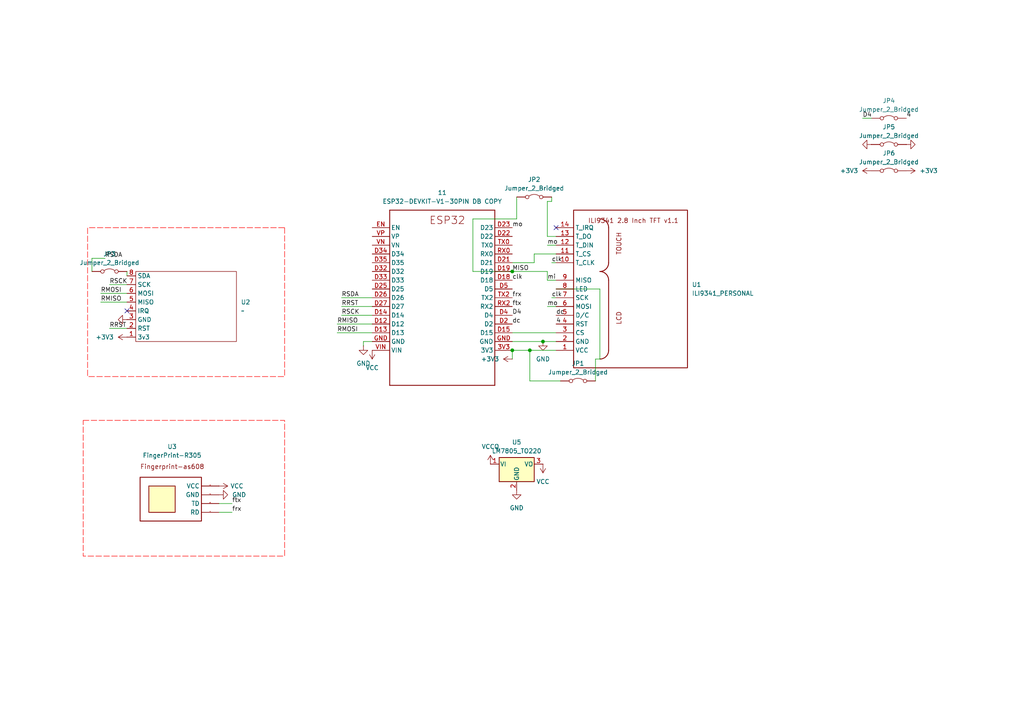
<source format=kicad_sch>
(kicad_sch (version 20250114) (generator "eeschema") (generator_version "9.0")
  (paper "A4")
  (lib_symbols
    (symbol "FINGERPRINT:FingerPrint-R305"
      (property "Reference" "VCC" (at 1.6591 21.59 0))
      (property "Value" "FingerPrint-R305" (at 1.6591 19.05 0))
      (symbol "FingerPrint-R305_0_0"
        (rectangle (start -7.62 12.7) (end 10.16 0) (stroke (width 0.254)))
        (rectangle (start -5.08 10.16) (end 2.54 2.54) (stroke (width 0.254)) (fill (type background)))
        (text "Fingerprint-as608" (at -7.62 16.5671 0) (effects (font (size 1.3271 1.3271)) (justify left top)))
      )
      (symbol "FingerPrint-R305_1_0"
        (pin unspecified line (at 15.24 10.16 180) (length 5.08) (name "VCC") (number "1"))
        (pin unspecified line (at 15.24 7.62 180) (length 5.08) (name "GND") (number "2"))
        (pin unspecified line (at 15.24 5.08 180) (length 5.08) (name "TD") (number "3"))
        (pin unspecified line (at 15.24 2.54 180) (length 5.08) (name "RD") (number "4"))
      )
    )
    (symbol "Jumper:Jumper_2_Bridged" (pin_numbers (hide yes)) (pin_names (offset 0) (hide yes))
      (property "Reference" "JP" (at 0 1.905 0))
      (property "Value" "Jumper_2_Bridged" (at 0 -2.54 0))
      (symbol "Jumper_2_Bridged_0_0"
        (circle (center -2.032 0) (radius 0.508))
        (circle (center 2.032 0) (radius 0.508))
      )
      (symbol "Jumper_2_Bridged_0_1"
        (arc (start -1.524 0.254) (mid 0 0.762) (end 1.524 0.254))
      )
      (symbol "Jumper_2_Bridged_1_1"
        (pin passive line (at -5.08 0 0) (length 2.54) (name "A") (number "1"))
        (pin passive line (at 5.08 0 180) (length 2.54) (name "B") (number "2"))
      )
    )
    (symbol "Regulator_Linear:LM7805_TO220" (pin_names (offset 0.254))
      (property "Reference" "U" (at -3.81 3.175 0))
      (property "Value" "LM7805_TO220" (at 0 3.175 0))
      (symbol "LM7805_TO220_0_1"
        (rectangle (start -5.08 1.905) (end 5.08 -5.08) (stroke (width 0.254)) (fill (type background)))
      )
      (symbol "LM7805_TO220_1_1"
        (pin power_in line (at -7.62 0 0) (length 2.54) (name "VI") (number "1"))
        (pin power_in line (at 0 -7.62 90) (length 2.54) (name "GND") (number "2"))
        (pin power_out line (at 7.62 0 180) (length 2.54) (name "VO") (number "3"))
      )
    )
    (symbol "esp32:ESP32-DEVKIT-V1-30PIN DB COPY"
      (property "Reference" "1" (at 0 30.48 0))
      (property "Value" "ESP32-DEVKIT-V1-30PIN DB COPY" (at 0 27.94 0))
      (symbol "ESP32-DEVKIT-V1-30PIN DB COPY_0_0"
        (polyline (pts (xy -15.24 25.4) (xy 15.24 25.4)) (stroke (width 0.254)))
        (polyline (pts (xy -15.24 -25.4) (xy -15.24 25.4)) (stroke (width 0.254)))
        (polyline (pts (xy 15.24 25.4) (xy 15.24 -25.4)) (stroke (width 0.254)))
        (polyline (pts (xy 15.24 -25.4) (xy -15.24 -25.4)) (stroke (width 0.254)))
        (text "ESP32" (at -3.81 23.7617 0) (effects (font (size 2.1717 2.1717)) (justify left top)))
        (pin unspecified line (at -20.32 20.32 0) (length 4.9784) (name "EN") (number "EN"))
        (pin unspecified line (at -20.32 17.78 0) (length 4.9784) (name "VP") (number "VP"))
        (pin unspecified line (at -20.32 15.24 0) (length 4.9784) (name "VN") (number "VN"))
        (pin unspecified line (at -20.32 12.7 0) (length 4.9784) (name "D34") (number "D34"))
        (pin unspecified line (at -20.32 10.16 0) (length 4.9784) (name "D35") (number "D35"))
        (pin unspecified line (at -20.32 7.62 0) (length 4.9784) (name "D32") (number "D32"))
        (pin unspecified line (at -20.32 5.08 0) (length 4.9784) (name "D33") (number "D33"))
        (pin unspecified line (at -20.32 2.54 0) (length 4.9784) (name "D25") (number "D25"))
        (pin unspecified line (at -20.32 0 0) (length 4.9784) (name "D26") (number "D26"))
        (pin unspecified line (at -20.32 -2.54 0) (length 4.9784) (name "D27") (number "D27"))
        (pin unspecified line (at -20.32 -5.08 0) (length 4.9784) (name "D14") (number "D14"))
        (pin unspecified line (at -20.32 -7.62 0) (length 4.9784) (name "D12") (number "D12"))
        (pin unspecified line (at -20.32 -10.16 0) (length 4.9784) (name "D13") (number "D13"))
        (pin unspecified line (at -20.32 -15.24 0) (length 4.9784) (name "VIN") (number "VIN"))
        (pin unspecified line (at 20.32 20.32 180) (length 4.9784) (name "D23") (number "D23"))
        (pin unspecified line (at 20.32 17.78 180) (length 4.9784) (name "D22") (number "D22"))
        (pin unspecified line (at 20.32 15.24 180) (length 4.9784) (name "TX0") (number "TX0"))
        (pin unspecified line (at 20.32 12.7 180) (length 4.9784) (name "RX0") (number "RX0"))
        (pin unspecified line (at 20.32 10.16 180) (length 4.9784) (name "D21") (number "D21"))
        (pin unspecified line (at 20.32 7.62 180) (length 4.9784) (name "D19") (number "D19"))
        (pin unspecified line (at 20.32 5.08 180) (length 4.9784) (name "D18") (number "D18"))
        (pin unspecified line (at 20.32 2.54 180) (length 4.9784) (name "D5") (number "D5"))
        (pin unspecified line (at 20.32 0 180) (length 4.9784) (name "TX2") (number "TX2"))
        (pin unspecified line (at 20.32 -2.54 180) (length 4.9784) (name "RX2") (number "RX2"))
        (pin unspecified line (at 20.32 -5.08 180) (length 4.9784) (name "D4") (number "D4"))
        (pin unspecified line (at 20.32 -7.62 180) (length 4.9784) (name "D2") (number "D2"))
        (pin unspecified line (at 20.32 -10.16 180) (length 4.9784) (name "D15") (number "D15"))
        (pin unspecified line (at 20.32 -12.7 180) (length 4.9784) (name "GND") (number "GND"))
        (pin unspecified line (at 20.32 -15.24 180) (length 4.9784) (name "3V3") (number "3V3"))
      )
      (symbol "ESP32-DEVKIT-V1-30PIN DB COPY_1_0"
        (pin unspecified line (at -20.32 -12.7 0) (length 4.9784) (name "GND") (number "GND"))
      )
    )
    (symbol "esp32:ILI9341_PERSONAL"
      (property "Reference" "U?" (at 0 0 0))
      (property "Value" "ILI9341_PERSONAL" (at 0 0 0))
      (symbol "ILI9341_PERSONAL_0_0"
        (rectangle (start -12.7 22.86) (end 20.32 -22.86) (stroke (width 0.254)))
        (polyline (pts (xy 10.16 17.78) (xy 10.16 -2.54)) (stroke (width 0.254)))
        (polyline (pts (xy 10.16 -7.62) (xy 10.16 -17.78)) (stroke (width 0.254)))
        (arc (start 10.16 17.78) (mid 10.9039 19.5761) (end 12.7 20.32) (stroke (width 0.254)))
        (arc (start 12.7 -5.08) (mid 10.9039 -4.3361) (end 10.16 -2.54) (stroke (width 0.254)))
        (arc (start 10.16 -7.62) (mid 10.9039 -5.8239) (end 12.7 -5.08) (stroke (width 0.254)))
        (arc (start 12.7 -20.32) (mid 10.9039 -19.5761) (end 10.16 -17.78) (stroke (width 0.254)))
        (text "ILI9341 2.8 Inch TFT v1.1" (at -10.16 -20.6185 0) (effects (font (size 1.3271 1.3271)) (justify left top)))
        (text "LCD" (at 7.9439 6.4262 900) (effects (font (size 1.3271 1.3271)) (justify left top)))
        (text "TOUCH" (at 7.9439 -16.5608 900) (effects (font (size 1.3271 1.3271)) (justify left top)))
      )
      (symbol "ILI9341_PERSONAL_1_0"
        (pin unspecified line (at 25.4 17.78 180) (length 5.08) (name "VCC") (number "1"))
        (pin unspecified line (at 25.4 15.24 180) (length 5.08) (name "GND") (number "2"))
        (pin unspecified line (at 25.4 12.7 180) (length 5.08) (name "CS") (number "3"))
        (pin unspecified line (at 25.4 10.16 180) (length 5.08) (name "RST") (number "4"))
        (pin unspecified line (at 25.4 7.62 180) (length 5.08) (name "D/C") (number "5"))
        (pin unspecified line (at 25.4 5.08 180) (length 5.08) (name "MOSI") (number "6"))
        (pin unspecified line (at 25.4 2.54 180) (length 5.08) (name "SCK") (number "7"))
        (pin unspecified line (at 25.4 0 180) (length 5.08) (name "LED") (number "8"))
        (pin unspecified line (at 25.4 -2.54 180) (length 5.08) (name "MISO") (number "9"))
        (pin unspecified line (at 25.4 -7.62 180) (length 5.08) (name "T_CLK") (number "10"))
        (pin unspecified line (at 25.4 -10.16 180) (length 5.08) (name "T_CS") (number "11"))
        (pin unspecified line (at 25.4 -12.7 180) (length 5.08) (name "T_DIN") (number "12"))
        (pin unspecified line (at 25.4 -15.24 180) (length 5.08) (name "T_DO") (number "13"))
        (pin unspecified line (at 25.4 -17.78 180) (length 5.08) (name "T_IRQ") (number "14"))
      )
    )
    (symbol "esp32:rfid"
      (property "Reference" "U" (at 0 0 0))
      (symbol "rfid_0_1"
        (rectangle (start -7.62 -1.27) (end 21.59 -21.59))
      )
      (symbol "rfid_1_1"
        (pin input line (at 24.13 -2.54 180) (length 2.54) (name "3v3") (number "1"))
        (pin input line (at 24.13 -5.08 180) (length 2.54) (name "RST") (number "2"))
        (pin input line (at 24.13 -7.62 180) (length 2.54) (name "GND") (number "3"))
        (pin input line (at 24.13 -10.16 180) (length 2.54) (name "IRQ") (number "4"))
        (pin input line (at 24.13 -12.7 180) (length 2.54) (name "MISO") (number "5"))
        (pin input line (at 24.13 -15.24 180) (length 2.54) (name "MOSI") (number "6"))
        (pin input line (at 24.13 -17.78 180) (length 2.54) (name "SCK") (number "7"))
        (pin input line (at 24.13 -20.32 180) (length 2.54) (name "SDA") (number "8"))
      )
    )
    (symbol "power:+3V3" (power) (pin_numbers (hide yes)) (pin_names (offset 0) (hide yes))
      (property "Value" "+3V3" (at 0 3.556 0))
      (symbol "+3V3_0_1"
        (polyline (pts (xy -0.762 1.27) (xy 0 2.54)))
        (polyline (pts (xy 0 2.54) (xy 0.762 1.27)))
        (polyline (pts (xy 0 0) (xy 0 2.54)))
      )
      (symbol "+3V3_1_1"
        (pin power_in line (at 0 0 90) (length 0) (name "~") (number "1"))
      )
    )
    (symbol "power:GND" (power) (pin_numbers (hide yes)) (pin_names (offset 0) (hide yes))
      (property "Value" "GND" (at 0 -3.81 0))
      (symbol "GND_0_1"
        (polyline (pts (xy 0 0) (xy 0 -1.27) (xy 1.27 -1.27) (xy 0 -2.54) (xy -1.27 -1.27) (xy 0 -1.27)))
      )
      (symbol "GND_1_1"
        (pin power_in line (at 0 0 270) (length 0) (name "~") (number "1"))
      )
    )
    (symbol "power:VCC" (power) (pin_numbers (hide yes)) (pin_names (offset 0) (hide yes))
      (property "Value" "VCC" (at 0 3.556 0))
      (symbol "VCC_0_1"
        (polyline (pts (xy -0.762 1.27) (xy 0 2.54)))
        (polyline (pts (xy 0 2.54) (xy 0.762 1.27)))
        (polyline (pts (xy 0 0) (xy 0 2.54)))
      )
      (symbol "VCC_1_1"
        (pin power_in line (at 0 0 90) (length 0) (name "~") (number "1"))
      )
    )
    (symbol "power:VCCQ" (power) (pin_numbers (hide yes)) (pin_names (offset 0) (hide yes))
      (property "Value" "VCCQ" (at 0 3.556 0))
      (symbol "VCCQ_0_1"
        (polyline (pts (xy -0.762 1.27) (xy 0 2.54)))
        (polyline (pts (xy 0 2.54) (xy 0.762 1.27)))
        (polyline (pts (xy 0 0) (xy 0 2.54)))
      )
      (symbol "VCCQ_1_1"
        (pin power_in line (at 0 0 90) (length 0) (name "~") (number "1"))
      )
    )
  )
  (junction (at 148.59 101.6))
  (junction (at 157.48 99.06))
  (junction (at 153.67 101.6))
  (junction (at 148.59 78.74))
  (no_connect (at 161.29 66.04))
  (no_connect (at 36.83 90.17))
  (wire (pts (xy 172.72 104.14) (xy 173.99 104.14)))
  (wire (pts (xy 154.94 76.2) (xy 148.59 76.2)))
  (wire (pts (xy 36.83 78.74) (xy 36.83 80.01)))
  (wire (pts (xy 158.75 88.9) (xy 161.29 88.9)))
  (wire (pts (xy 137.16 63.5) (xy 149.86 63.5)))
  (wire (pts (xy 148.59 101.6) (xy 148.59 104.14)))
  (wire (pts (xy 161.29 73.66) (xy 154.94 73.66)))
  (wire (pts (xy 26.67 78.74) (xy 26.67 74.93)))
  (wire (pts (xy 160.02 76.2) (xy 161.29 76.2)))
  (wire (pts (xy 99.06 91.44) (xy 107.95 91.44)))
  (wire (pts (xy 29.21 85.09) (xy 36.83 85.09)))
  (wire (pts (xy 161.29 83.82) (xy 173.99 83.82)))
  (wire (pts (xy 99.06 86.36) (xy 107.95 86.36)))
  (wire (pts (xy 157.48 99.06) (xy 161.29 99.06)))
  (wire (pts (xy 153.67 110.49) (xy 153.67 101.6)))
  (wire (pts (xy 29.21 87.63) (xy 36.83 87.63)))
  (wire (pts (xy 250.19 34.29) (xy 252.73 34.29)))
  (wire (pts (xy 158.75 58.42) (xy 160.02 58.42)))
  (wire (pts (xy 26.67 74.93) (xy 30.48 74.93)))
  (wire (pts (xy 63.5 146.05) (xy 67.31 146.05)))
  (wire (pts (xy 158.75 71.12) (xy 161.29 71.12)))
  (wire (pts (xy 97.79 93.98) (xy 107.95 93.98)))
  (wire (pts (xy 172.72 110.49) (xy 172.72 104.14)))
  (wire (pts (xy 160.02 86.36) (xy 161.29 86.36)))
  (wire (pts (xy 105.41 100.33) (xy 105.41 99.06)))
  (wire (pts (xy 63.5 148.59) (xy 67.31 148.59)))
  (wire (pts (xy 137.16 78.74) (xy 148.59 78.74)))
  (wire (pts (xy 173.99 83.82) (xy 173.99 104.14)))
  (wire (pts (xy 148.59 96.52) (xy 161.29 96.52)))
  (wire (pts (xy 162.56 110.49) (xy 153.67 110.49)))
  (wire (pts (xy 149.86 57.15) (xy 149.86 63.5)))
  (wire (pts (xy 105.41 99.06) (xy 107.95 99.06)))
  (wire (pts (xy 153.67 101.6) (xy 161.29 101.6)))
  (wire (pts (xy 158.75 58.42) (xy 158.75 68.58)))
  (wire (pts (xy 158.75 78.74) (xy 158.75 81.28)))
  (wire (pts (xy 148.59 78.74) (xy 158.75 78.74)))
  (wire (pts (xy 137.16 63.5) (xy 137.16 78.74)))
  (wire (pts (xy 31.75 95.25) (xy 36.83 95.25)))
  (wire (pts (xy 154.94 73.66) (xy 154.94 76.2)))
  (wire (pts (xy 31.75 82.55) (xy 36.83 82.55)))
  (wire (pts (xy 148.59 101.6) (xy 153.67 101.6)))
  (wire (pts (xy 99.06 88.9) (xy 107.95 88.9)))
  (wire (pts (xy 148.59 99.06) (xy 157.48 99.06)))
  (wire (pts (xy 158.75 81.28) (xy 161.29 81.28)))
  (wire (pts (xy 160.02 58.42) (xy 160.02 57.15)))
  (wire (pts (xy 158.75 68.58) (xy 161.29 68.58)))
  (wire (pts (xy 97.79 96.52) (xy 107.95 96.52)))
  (label "RSCK" (at 31.75 82.55 0))
  (label "RMISO" (at 97.79 93.98 0))
  (label "ftx" (at 67.31 146.05 0))
  (label "mo" (at 158.75 88.9 0))
  (label "RSCK" (at 99.06 91.44 0))
  (label "ftx" (at 148.59 88.9 0))
  (label "RSDA" (at 99.06 86.36 0))
  (label "frx" (at 148.59 86.36 0))
  (label "clk" (at 160.02 86.36 0))
  (label "RSDA" (at 30.48 74.93 0))
  (label "4" (at 161.29 93.98 0))
  (label "D4" (at 250.19 34.29 0))
  (label "RRST" (at 31.75 95.25 0))
  (label "RMISO" (at 29.21 87.63 0))
  (label "mi" (at 158.75 81.28 0))
  (label "4" (at 262.89 34.29 0))
  (label "clk" (at 148.59 81.28 0))
  (label "frx" (at 67.31 148.59 0))
  (label "dc" (at 161.29 91.44 0))
  (label "mo" (at 158.75 71.12 0))
  (label "MISO" (at 148.59 78.74 0))
  (label "RMOSI" (at 29.21 85.09 0))
  (label "clk" (at 160.02 76.2 0))
  (label "RRST" (at 99.06 88.9 0))
  (label "D4" (at 148.59 91.44 0))
  (label "dc" (at 148.59 93.98 0))
  (label "RMOSI" (at 97.79 96.52 0))
  (label "mo" (at 148.59 66.04 0))
  (rule_area (polyline (pts (xy 82.55 66.04) (xy 82.55 109.22) (xy 81.28 109.22) (xy 25.4 109.22) (xy 25.4 106.68) (xy 25.4 66.04)) (stroke (width 0) (type dash))))
  (rule_area (polyline (pts (xy 24.13 121.92) (xy 82.55 121.92) (xy 82.55 161.29) (xy 24.13 161.29)) (stroke (width 0) (type dash))))
  (symbol (lib_id "Jumper:Jumper_2_Bridged") (at 257.81 41.91 0) (unit 1)
    (property "Reference" "JP5" (at 257.81 36.83 0))
    (property "Value" "Jumper_2_Bridged" (at 257.81 39.37 0))
    (property "Footprint" "TestPoint:TestPoint_2Pads_Pitch5.08mm_Drill1.3mm" (effects (hide yes)))
    (property "Description" "Jumper, 2-pole, closed/bridged" (effects (hide yes)))
  )
  (symbol (lib_id "Jumper:Jumper_2_Bridged") (at 257.81 49.53 0) (unit 1)
    (property "Reference" "JP6" (at 257.81 44.45 0))
    (property "Value" "Jumper_2_Bridged" (at 257.81 46.99 0))
    (property "Footprint" "TestPoint:TestPoint_2Pads_Pitch5.08mm_Drill1.3mm" (effects (hide yes)))
    (property "Description" "Jumper, 2-pole, closed/bridged" (effects (hide yes)))
  )
  (symbol (lib_id "power:GND") (at 105.41 100.33 0) (unit 1)
    (property "Reference" "#PWR02" (effects (hide yes)))
    (property "Value" "GND" (at 105.41 105.41 0))
    (property "Description" "Power symbol creates a global label with name \"GND\" , ground" (effects (hide yes)))
  )
  (symbol (lib_id "power:VCCQ") (at 142.24 134.62 0) (unit 1)
    (property "Reference" "#PWR012" (effects (hide yes)))
    (property "Value" "VCCQ" (at 142.24 129.54 0))
    (property "Description" "Power symbol creates a global label with name \"VCCQ\"" (effects (hide yes)))
  )
  (symbol (lib_id "Regulator_Linear:LM7805_TO220") (at 149.86 134.62 0) (unit 1)
    (property "Reference" "U5" (at 149.86 128.27 0))
    (property "Value" "LM7805_TO220" (at 149.86 130.81 0))
    (property "Footprint" "Package_TO_SOT_THT:TO-220-3_Vertical" (effects (hide yes)))
    (property "Datasheet" "https://www.onsemi.cn/PowerSolutions/document/MC7800-D.PDF" (effects (hide yes)))
    (property "Description" "Positive 1A 35V Linear Regulator, Fixed Output 5V, TO-220" (effects (hide yes)))
  )
  (symbol (lib_id "esp32:rfid") (at 60.96 100.33 180) (unit 1)
    (property "Reference" "U2" (at 69.85 87.6299 0) (effects (justify right)))
    (property "Value" "~" (at 69.85 90.1699 0) (effects (justify right)))
    (property "Footprint" "rfid:MFRC522-KS" (effects (hide yes)))
  )
  (symbol (lib_id "power:VCC") (at 157.48 134.62 180) (unit 1)
    (property "Reference" "#PWR013" (effects (hide yes)))
    (property "Value" "VCC" (at 157.48 139.7 0))
    (property "Description" "Power symbol creates a global label with name \"VCC\"" (effects (hide yes)))
  )
  (symbol (lib_id "power:+3V3") (at 252.73 49.53 90) (unit 1)
    (property "Reference" "#PWR011" (effects (hide yes)))
    (property "Value" "+3V3" (at 248.92 49.5299 90) (effects (justify left)))
    (property "Description" "Power symbol creates a global label with name \"+3V3\"" (effects (hide yes)))
  )
  (symbol (lib_id "Jumper:Jumper_2_Bridged") (at 154.94 57.15 0) (unit 1)
    (property "Reference" "JP2" (at 154.94 52.07 0))
    (property "Value" "Jumper_2_Bridged" (at 154.94 54.61 0))
    (property "Footprint" "TestPoint:TestPoint_2Pads_Pitch5.08mm_Drill1.3mm" (effects (hide yes)))
    (property "Description" "Jumper, 2-pole, closed/bridged" (effects (hide yes)))
  )
  (symbol (lib_id "power:+3V3") (at 262.89 49.53 270) (unit 1)
    (property "Reference" "#PWR015" (effects (hide yes)))
    (property "Value" "+3V3" (at 266.7 49.5299 90) (effects (justify left)))
    (property "Description" "Power symbol creates a global label with name \"+3V3\"" (effects (hide yes)))
  )
  (symbol (lib_id "power:GND") (at 252.73 41.91 270) (unit 1)
    (property "Reference" "#PWR09" (effects (hide yes)))
    (property "Value" "GND" (effects (hide yes)))
    (property "Description" "Power symbol creates a global label with name \"GND\" , ground" (effects (hide yes)))
  )
  (symbol (lib_id "power:VCC") (at 107.95 101.6 180) (unit 1)
    (property "Reference" "#PWR01" (effects (hide yes)))
    (property "Value" "VCC" (at 107.95 106.68 0))
    (property "Description" "Power symbol creates a global label with name \"VCC\"" (effects (hide yes)))
  )
  (symbol (lib_id "FINGERPRINT:FingerPrint-R305") (at 48.26 151.13 0) (unit 1)
    (property "Reference" "U3" (at 49.9191 129.54 0))
    (property "Value" "FingerPrint-R305" (at 49.9191 132.08 0))
    (property "Footprint" "Fingerprint:SIL-6" (effects (hide yes)))
    (property "Manufacturer Part" "R307" (effects (hide yes)))
  )
  (symbol (lib_id "power:GND") (at 157.48 99.06 0) (unit 1)
    (property "Reference" "#PWR03" (effects (hide yes)))
    (property "Value" "GND" (at 157.48 104.14 0))
    (property "Description" "Power symbol creates a global label with name \"GND\" , ground" (effects (hide yes)))
  )
  (symbol (lib_id "power:GND") (at 63.5 143.51 90) (unit 1)
    (property "Reference" "#PWR07" (effects (hide yes)))
    (property "Value" "GND" (at 67.31 143.5099 90) (effects (justify right)))
    (property "Description" "Power symbol creates a global label with name \"GND\" , ground" (effects (hide yes)))
  )
  (symbol (lib_id "power:+3V3") (at 148.59 104.14 90) (unit 1)
    (property "Reference" "#PWR06" (effects (hide yes)))
    (property "Value" "+3V3" (at 144.78 104.1399 90) (effects (justify left)))
    (property "Description" "Power symbol creates a global label with name \"+3V3\"" (effects (hide yes)))
  )
  (symbol (lib_id "Jumper:Jumper_2_Bridged") (at 167.64 110.49 0) (unit 1)
    (property "Reference" "JP1" (at 167.64 105.41 0))
    (property "Value" "Jumper_2_Bridged" (at 167.64 107.95 0))
    (property "Footprint" "TestPoint:TestPoint_2Pads_Pitch5.08mm_Drill1.3mm" (effects (hide yes)))
    (property "Description" "Jumper, 2-pole, closed/bridged" (effects (hide yes)))
  )
  (symbol (lib_id "power:GND") (at 36.83 92.71 270) (unit 1)
    (property "Reference" "#PWR04" (effects (hide yes)))
    (property "Value" "GND" (effects (hide yes)))
    (property "Description" "Power symbol creates a global label with name \"GND\" , ground" (effects (hide yes)))
  )
  (symbol (lib_id "esp32:ILI9341_PERSONAL") (at 186.69 83.82 180) (unit 1)
    (property "Reference" "U1" (at 200.66 82.5499 0) (effects (justify right)))
    (property "Value" "ILI9341_PERSONAL" (at 200.66 85.0899 0) (effects (justify right)))
    (property "Footprint" "Connector_PinHeader_2.54mm:PinHeader_1x14_P2.54mm_Vertical" (effects (hide yes)))
  )
  (symbol (lib_id "Jumper:Jumper_2_Bridged") (at 257.81 34.29 0) (unit 1)
    (property "Reference" "JP4" (at 257.81 29.21 0))
    (property "Value" "Jumper_2_Bridged" (at 257.81 31.75 0))
    (property "Footprint" "TestPoint:TestPoint_2Pads_Pitch5.08mm_Drill1.3mm" (effects (hide yes)))
    (property "Description" "Jumper, 2-pole, closed/bridged" (effects (hide yes)))
  )
  (symbol (lib_id "power:GND") (at 149.86 142.24 0) (unit 1)
    (property "Reference" "#PWR014" (effects (hide yes)))
    (property "Value" "GND" (at 149.86 147.32 0))
    (property "Description" "Power symbol creates a global label with name \"GND\" , ground" (effects (hide yes)))
  )
  (symbol (lib_id "Jumper:Jumper_2_Bridged") (at 31.75 78.74 0) (unit 1)
    (property "Reference" "JP3" (at 31.75 73.66 0))
    (property "Value" "Jumper_2_Bridged" (at 31.75 76.2 0))
    (property "Footprint" "TestPoint:TestPoint_2Pads_Pitch5.08mm_Drill1.3mm" (effects (hide yes)))
    (property "Description" "Jumper, 2-pole, closed/bridged" (effects (hide yes)))
  )
  (symbol (lib_id "power:VCC") (at 63.5 140.97 270) (unit 1)
    (property "Reference" "#PWR08" (effects (hide yes)))
    (property "Value" "VCC" (at 66.802 140.97 90) (effects (justify left)))
    (property "Description" "Power symbol creates a global label with name \"VCC\"" (effects (hide yes)))
  )
  (symbol (lib_id "power:GND") (at 262.89 41.91 90) (unit 1)
    (property "Reference" "#PWR010" (effects (hide yes)))
    (property "Value" "GND" (effects (hide yes)))
    (property "Description" "Power symbol creates a global label with name \"GND\" , ground" (effects (hide yes)))
  )
  (symbol (lib_id "esp32:ESP32-DEVKIT-V1-30PIN DB COPY") (at 128.27 86.36 0) (unit 1)
    (property "Reference" "11" (at 128.27 55.88 0))
    (property "Value" "ESP32-DEVKIT-V1-30PIN DB COPY" (at 128.27 58.42 0))
    (property "Footprint" "esppcb:ESP32-DEVKITV1_ESP32-DEVKITV1" (effects (hide yes)))
  )
  (symbol (lib_id "power:+3V3") (at 36.83 97.79 90) (unit 1)
    (property "Reference" "#PWR05" (effects (hide yes)))
    (property "Value" "+3V3" (at 33.02 97.7899 90) (effects (justify left)))
    (property "Description" "Power symbol creates a global label with name \"+3V3\"" (effects (hide yes)))
  )
)
</source>
